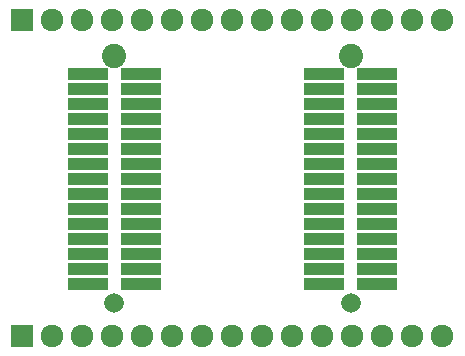
<source format=gts>
G04 (created by PCBNEW (2013-mar-13)-testing) date Mon 26 Aug 2013 08:11:51 AM PDT*
%MOIN*%
G04 Gerber Fmt 3.4, Leading zero omitted, Abs format*
%FSLAX34Y34*%
G01*
G70*
G90*
G04 APERTURE LIST*
%ADD10C,0.005906*%
%ADD11R,0.075748X0.075748*%
%ADD12C,0.075748*%
%ADD13R,0.134748X0.041248*%
%ADD14C,0.080748*%
%ADD15C,0.065748*%
G04 APERTURE END LIST*
G54D10*
G54D11*
X20559Y-33433D03*
G54D12*
X21559Y-33433D03*
X22559Y-33433D03*
X23559Y-33433D03*
X24559Y-33433D03*
X25559Y-33433D03*
X26559Y-33433D03*
X27559Y-33433D03*
X28559Y-33433D03*
X29559Y-33433D03*
X30559Y-33433D03*
X31559Y-33433D03*
X32559Y-33433D03*
X33559Y-33433D03*
X34559Y-33433D03*
G54D11*
X20559Y-22893D03*
G54D12*
X21559Y-22893D03*
X22559Y-22893D03*
X23559Y-22893D03*
X24559Y-22893D03*
X25559Y-22893D03*
X26559Y-22893D03*
X27559Y-22893D03*
X28559Y-22893D03*
X29559Y-22893D03*
X30559Y-22893D03*
X31559Y-22893D03*
X32559Y-22893D03*
X33559Y-22893D03*
X34559Y-22893D03*
G54D13*
X22734Y-24708D03*
X24509Y-24708D03*
X22734Y-25208D03*
X24509Y-25208D03*
X22734Y-25708D03*
X24509Y-25708D03*
X22734Y-26208D03*
X24509Y-26208D03*
X22734Y-26708D03*
X24509Y-26708D03*
X22734Y-27208D03*
X24509Y-27208D03*
X22734Y-27708D03*
X24509Y-27708D03*
X22734Y-28208D03*
X24509Y-28208D03*
X22734Y-28708D03*
X24509Y-28708D03*
X22734Y-29208D03*
X24509Y-29208D03*
X22734Y-29708D03*
X24509Y-29708D03*
X22734Y-30208D03*
X24509Y-30208D03*
X22734Y-30708D03*
X24509Y-30708D03*
X22734Y-31208D03*
X24509Y-31208D03*
X22734Y-31708D03*
X24509Y-31708D03*
G54D14*
X23622Y-24088D03*
G54D15*
X23622Y-32328D03*
G54D13*
X30608Y-24708D03*
X32383Y-24708D03*
X30608Y-25208D03*
X32383Y-25208D03*
X30608Y-25708D03*
X32383Y-25708D03*
X30608Y-26208D03*
X32383Y-26208D03*
X30608Y-26708D03*
X32383Y-26708D03*
X30608Y-27208D03*
X32383Y-27208D03*
X30608Y-27708D03*
X32383Y-27708D03*
X30608Y-28208D03*
X32383Y-28208D03*
X30608Y-28708D03*
X32383Y-28708D03*
X30608Y-29208D03*
X32383Y-29208D03*
X30608Y-29708D03*
X32383Y-29708D03*
X30608Y-30208D03*
X32383Y-30208D03*
X30608Y-30708D03*
X32383Y-30708D03*
X30608Y-31208D03*
X32383Y-31208D03*
X30608Y-31708D03*
X32383Y-31708D03*
G54D14*
X31496Y-24088D03*
G54D15*
X31496Y-32328D03*
M02*

</source>
